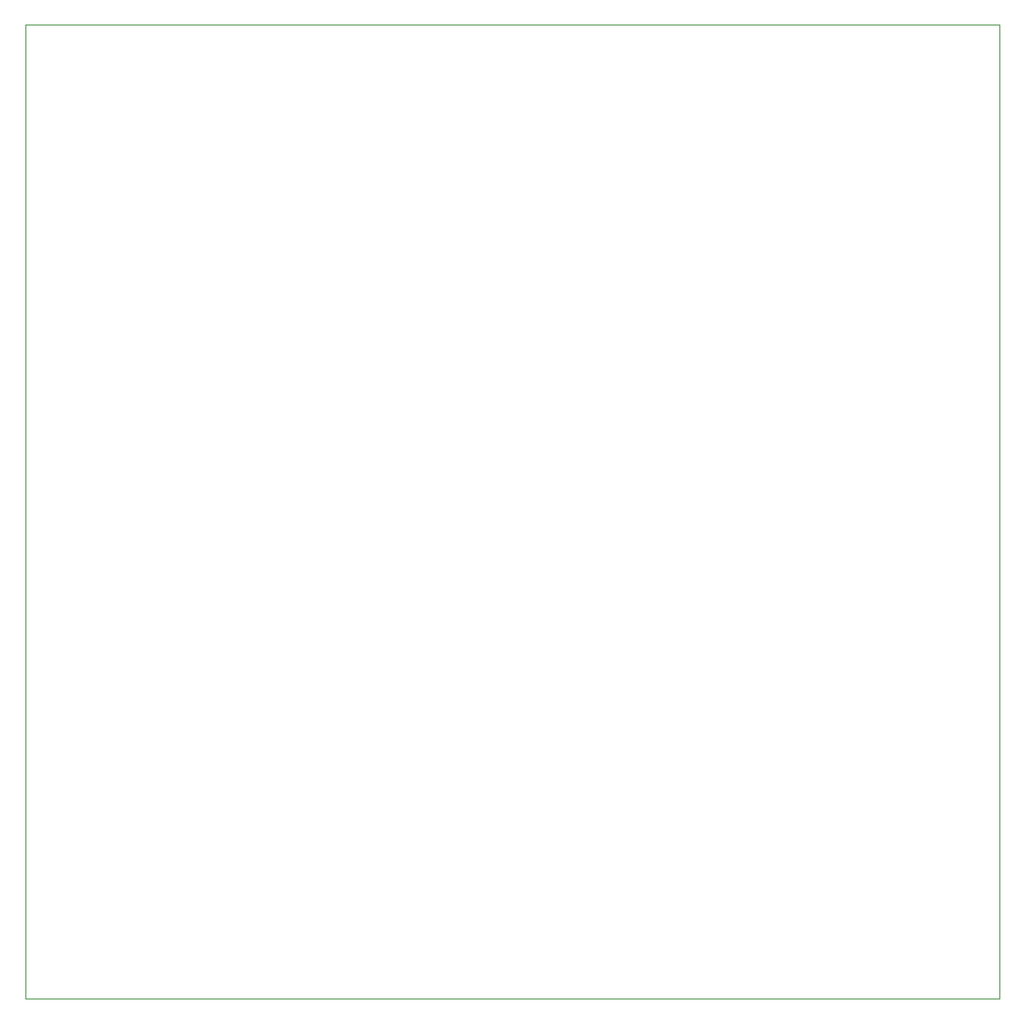
<source format=gm1>
G04 #@! TF.GenerationSoftware,KiCad,Pcbnew,5.1.5-52549c5~86~ubuntu16.04.1*
G04 #@! TF.CreationDate,2020-04-05T23:11:04+05:00*
G04 #@! TF.ProjectId,usb2most,75736232-6d6f-4737-942e-6b696361645f,rev?*
G04 #@! TF.SameCoordinates,Original*
G04 #@! TF.FileFunction,Profile,NP*
%FSLAX46Y46*%
G04 Gerber Fmt 4.6, Leading zero omitted, Abs format (unit mm)*
G04 Created by KiCad (PCBNEW 5.1.5-52549c5~86~ubuntu16.04.1) date 2020-04-05 23:11:04*
%MOMM*%
%LPD*%
G04 APERTURE LIST*
%ADD10C,0.120000*%
G04 APERTURE END LIST*
D10*
X20000000Y-114000000D02*
X20000000Y-20000000D01*
X114000000Y-114000000D02*
X20000000Y-114000000D01*
X114000000Y-20000000D02*
X114000000Y-114000000D01*
X20000000Y-20000000D02*
X114000000Y-20000000D01*
M02*

</source>
